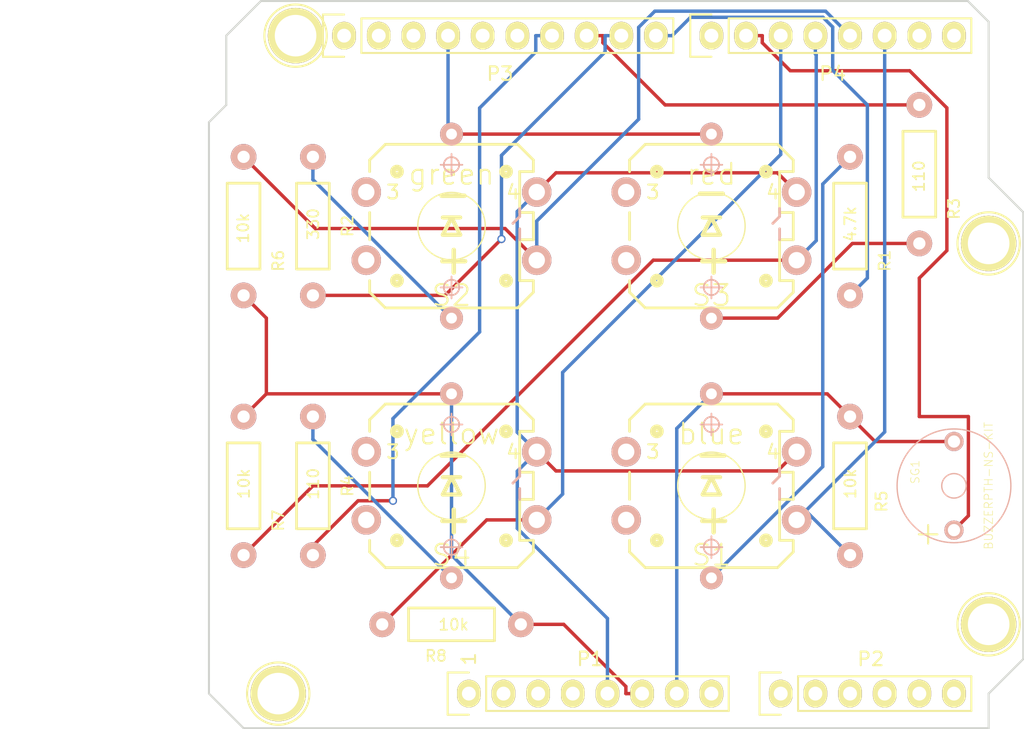
<source format=kicad_pcb>
(kicad_pcb (version 4) (host pcbnew 4.0.1-4.201602120846+6195~38~ubuntu15.10.1-stable)

  (general
    (links 34)
    (no_connects 0)
    (area 104.572999 71.392 180.241572 127.594)
    (thickness 1.6)
    (drawings 52)
    (tracks 129)
    (zones 0)
    (modules 21)
    (nets 37)
  )

  (page A4)
  (title_block
    (date "lun. 30 mars 2015")
  )

  (layers
    (0 F.Cu signal)
    (31 B.Cu signal)
    (32 B.Adhes user)
    (33 F.Adhes user)
    (34 B.Paste user)
    (35 F.Paste user)
    (36 B.SilkS user)
    (37 F.SilkS user)
    (38 B.Mask user)
    (39 F.Mask user)
    (40 Dwgs.User user)
    (41 Cmts.User user)
    (42 Eco1.User user)
    (43 Eco2.User user)
    (44 Edge.Cuts user)
    (45 Margin user)
    (46 B.CrtYd user)
    (47 F.CrtYd user)
    (48 B.Fab user)
    (49 F.Fab user)
  )

  (setup
    (last_trace_width 0.25)
    (trace_clearance 0.2)
    (zone_clearance 0.508)
    (zone_45_only no)
    (trace_min 0.2)
    (segment_width 0.15)
    (edge_width 0.15)
    (via_size 0.6)
    (via_drill 0.4)
    (via_min_size 0.4)
    (via_min_drill 0.3)
    (uvia_size 0.3)
    (uvia_drill 0.1)
    (uvias_allowed no)
    (uvia_min_size 0.2)
    (uvia_min_drill 0.1)
    (pcb_text_width 0.3)
    (pcb_text_size 1.5 1.5)
    (mod_edge_width 0.15)
    (mod_text_size 1 1)
    (mod_text_width 0.15)
    (pad_size 4.064 4.064)
    (pad_drill 3.048)
    (pad_to_mask_clearance 0)
    (aux_axis_origin 119.888 126.365)
    (grid_origin 119.888 126.365)
    (visible_elements FFFFFF7F)
    (pcbplotparams
      (layerselection 0x030f0_80000001)
      (usegerberextensions true)
      (excludeedgelayer true)
      (linewidth 0.100000)
      (plotframeref false)
      (viasonmask false)
      (mode 1)
      (useauxorigin false)
      (hpglpennumber 1)
      (hpglpenspeed 20)
      (hpglpendiameter 15)
      (hpglpenoverlay 2)
      (psnegative false)
      (psa4output false)
      (plotreference true)
      (plotvalue true)
      (plotinvisibletext false)
      (padsonsilk false)
      (subtractmaskfromsilk false)
      (outputformat 1)
      (mirror false)
      (drillshape 0)
      (scaleselection 1)
      (outputdirectory Gerber/))
  )

  (net 0 "")
  (net 1 /IOREF)
  (net 2 /Reset)
  (net 3 +5V)
  (net 4 GND)
  (net 5 /Vin)
  (net 6 /A0)
  (net 7 /A1)
  (net 8 /A2)
  (net 9 /A3)
  (net 10 /AREF)
  (net 11 "/A4(SDA)")
  (net 12 "/A5(SCL)")
  (net 13 "/9(**)")
  (net 14 /8)
  (net 15 /7)
  (net 16 "/6(**)")
  (net 17 "/5(**)")
  (net 18 /4)
  (net 19 "/3(**)")
  (net 20 /2)
  (net 21 "/1(Tx)")
  (net 22 "/0(Rx)")
  (net 23 "Net-(P5-Pad1)")
  (net 24 "Net-(P6-Pad1)")
  (net 25 "Net-(P7-Pad1)")
  (net 26 "Net-(P8-Pad1)")
  (net 27 "/13(SCK)")
  (net 28 "/10(**/SS)")
  (net 29 "Net-(P1-Pad1)")
  (net 30 +3V3)
  (net 31 "/12(MISO)")
  (net 32 "/11(**/MOSI)")
  (net 33 "Net-(R1-PadP$2)")
  (net 34 "Net-(R2-PadP$2)")
  (net 35 "Net-(R3-PadP$2)")
  (net 36 "Net-(R4-PadP$2)")

  (net_class Default "This is the default net class."
    (clearance 0.2)
    (trace_width 0.25)
    (via_dia 0.6)
    (via_drill 0.4)
    (uvia_dia 0.3)
    (uvia_drill 0.1)
    (add_net +3V3)
    (add_net +5V)
    (add_net "/0(Rx)")
    (add_net "/1(Tx)")
    (add_net "/10(**/SS)")
    (add_net "/11(**/MOSI)")
    (add_net "/12(MISO)")
    (add_net "/13(SCK)")
    (add_net /2)
    (add_net "/3(**)")
    (add_net /4)
    (add_net "/5(**)")
    (add_net "/6(**)")
    (add_net /7)
    (add_net /8)
    (add_net "/9(**)")
    (add_net /A0)
    (add_net /A1)
    (add_net /A2)
    (add_net /A3)
    (add_net "/A4(SDA)")
    (add_net "/A5(SCL)")
    (add_net /AREF)
    (add_net /IOREF)
    (add_net /Reset)
    (add_net /Vin)
    (add_net GND)
    (add_net "Net-(P1-Pad1)")
    (add_net "Net-(P5-Pad1)")
    (add_net "Net-(P6-Pad1)")
    (add_net "Net-(P7-Pad1)")
    (add_net "Net-(P8-Pad1)")
    (add_net "Net-(R1-PadP$2)")
    (add_net "Net-(R2-PadP$2)")
    (add_net "Net-(R3-PadP$2)")
    (add_net "Net-(R4-PadP$2)")
  )

  (module Socket_Arduino_Uno:Socket_Strip_Arduino_1x08 locked (layer F.Cu) (tedit 552168D2) (tstamp 551AF9EA)
    (at 138.938 123.825)
    (descr "Through hole socket strip")
    (tags "socket strip")
    (path /5517C2C1)
    (fp_text reference P1 (at 8.89 -2.54) (layer F.SilkS)
      (effects (font (size 1 1) (thickness 0.15)))
    )
    (fp_text value Power (at 8.89 -4.064) (layer F.Fab)
      (effects (font (size 1 1) (thickness 0.15)))
    )
    (fp_line (start -1.75 -1.75) (end -1.75 1.75) (layer F.CrtYd) (width 0.05))
    (fp_line (start 19.55 -1.75) (end 19.55 1.75) (layer F.CrtYd) (width 0.05))
    (fp_line (start -1.75 -1.75) (end 19.55 -1.75) (layer F.CrtYd) (width 0.05))
    (fp_line (start -1.75 1.75) (end 19.55 1.75) (layer F.CrtYd) (width 0.05))
    (fp_line (start 1.27 1.27) (end 19.05 1.27) (layer F.SilkS) (width 0.15))
    (fp_line (start 19.05 1.27) (end 19.05 -1.27) (layer F.SilkS) (width 0.15))
    (fp_line (start 19.05 -1.27) (end 1.27 -1.27) (layer F.SilkS) (width 0.15))
    (fp_line (start -1.55 1.55) (end 0 1.55) (layer F.SilkS) (width 0.15))
    (fp_line (start 1.27 1.27) (end 1.27 -1.27) (layer F.SilkS) (width 0.15))
    (fp_line (start 0 -1.55) (end -1.55 -1.55) (layer F.SilkS) (width 0.15))
    (fp_line (start -1.55 -1.55) (end -1.55 1.55) (layer F.SilkS) (width 0.15))
    (pad 1 thru_hole oval (at 0 0) (size 1.7272 2.032) (drill 1.016) (layers *.Cu *.Mask F.SilkS)
      (net 29 "Net-(P1-Pad1)"))
    (pad 2 thru_hole oval (at 2.54 0) (size 1.7272 2.032) (drill 1.016) (layers *.Cu *.Mask F.SilkS)
      (net 1 /IOREF))
    (pad 3 thru_hole oval (at 5.08 0) (size 1.7272 2.032) (drill 1.016) (layers *.Cu *.Mask F.SilkS)
      (net 2 /Reset))
    (pad 4 thru_hole oval (at 7.62 0) (size 1.7272 2.032) (drill 1.016) (layers *.Cu *.Mask F.SilkS)
      (net 30 +3V3))
    (pad 5 thru_hole oval (at 10.16 0) (size 1.7272 2.032) (drill 1.016) (layers *.Cu *.Mask F.SilkS)
      (net 3 +5V))
    (pad 6 thru_hole oval (at 12.7 0) (size 1.7272 2.032) (drill 1.016) (layers *.Cu *.Mask F.SilkS)
      (net 4 GND))
    (pad 7 thru_hole oval (at 15.24 0) (size 1.7272 2.032) (drill 1.016) (layers *.Cu *.Mask F.SilkS)
      (net 4 GND))
    (pad 8 thru_hole oval (at 17.78 0) (size 1.7272 2.032) (drill 1.016) (layers *.Cu *.Mask F.SilkS)
      (net 5 /Vin))
    (model ${KIPRJMOD}/Socket_Arduino_Uno.3dshapes/Socket_header_Arduino_1x08.wrl
      (at (xyz 0.35 0 0))
      (scale (xyz 1 1 1))
      (rotate (xyz 0 0 180))
    )
  )

  (module Socket_Arduino_Uno:Socket_Strip_Arduino_1x06 locked (layer F.Cu) (tedit 552168D6) (tstamp 551AF9FF)
    (at 161.798 123.825)
    (descr "Through hole socket strip")
    (tags "socket strip")
    (path /5517C323)
    (fp_text reference P2 (at 6.604 -2.54) (layer F.SilkS)
      (effects (font (size 1 1) (thickness 0.15)))
    )
    (fp_text value Analog (at 6.604 -4.064) (layer F.Fab)
      (effects (font (size 1 1) (thickness 0.15)))
    )
    (fp_line (start -1.75 -1.75) (end -1.75 1.75) (layer F.CrtYd) (width 0.05))
    (fp_line (start 14.45 -1.75) (end 14.45 1.75) (layer F.CrtYd) (width 0.05))
    (fp_line (start -1.75 -1.75) (end 14.45 -1.75) (layer F.CrtYd) (width 0.05))
    (fp_line (start -1.75 1.75) (end 14.45 1.75) (layer F.CrtYd) (width 0.05))
    (fp_line (start 1.27 1.27) (end 13.97 1.27) (layer F.SilkS) (width 0.15))
    (fp_line (start 13.97 1.27) (end 13.97 -1.27) (layer F.SilkS) (width 0.15))
    (fp_line (start 13.97 -1.27) (end 1.27 -1.27) (layer F.SilkS) (width 0.15))
    (fp_line (start -1.55 1.55) (end 0 1.55) (layer F.SilkS) (width 0.15))
    (fp_line (start 1.27 1.27) (end 1.27 -1.27) (layer F.SilkS) (width 0.15))
    (fp_line (start 0 -1.55) (end -1.55 -1.55) (layer F.SilkS) (width 0.15))
    (fp_line (start -1.55 -1.55) (end -1.55 1.55) (layer F.SilkS) (width 0.15))
    (pad 1 thru_hole oval (at 0 0) (size 1.7272 2.032) (drill 1.016) (layers *.Cu *.Mask F.SilkS)
      (net 6 /A0))
    (pad 2 thru_hole oval (at 2.54 0) (size 1.7272 2.032) (drill 1.016) (layers *.Cu *.Mask F.SilkS)
      (net 7 /A1))
    (pad 3 thru_hole oval (at 5.08 0) (size 1.7272 2.032) (drill 1.016) (layers *.Cu *.Mask F.SilkS)
      (net 8 /A2))
    (pad 4 thru_hole oval (at 7.62 0) (size 1.7272 2.032) (drill 1.016) (layers *.Cu *.Mask F.SilkS)
      (net 9 /A3))
    (pad 5 thru_hole oval (at 10.16 0) (size 1.7272 2.032) (drill 1.016) (layers *.Cu *.Mask F.SilkS)
      (net 11 "/A4(SDA)"))
    (pad 6 thru_hole oval (at 12.7 0) (size 1.7272 2.032) (drill 1.016) (layers *.Cu *.Mask F.SilkS)
      (net 12 "/A5(SCL)"))
    (model ${KIPRJMOD}/Socket_Arduino_Uno.3dshapes/Socket_header_Arduino_1x06.wrl
      (at (xyz 0.25 0 0))
      (scale (xyz 1 1 1))
      (rotate (xyz 0 0 180))
    )
  )

  (module Socket_Arduino_Uno:Socket_Strip_Arduino_1x10 locked (layer F.Cu) (tedit 552168BF) (tstamp 551AFA18)
    (at 129.794 75.565)
    (descr "Through hole socket strip")
    (tags "socket strip")
    (path /5517C46C)
    (fp_text reference P3 (at 11.43 2.794) (layer F.SilkS)
      (effects (font (size 1 1) (thickness 0.15)))
    )
    (fp_text value Digital (at 11.43 4.318) (layer F.Fab)
      (effects (font (size 1 1) (thickness 0.15)))
    )
    (fp_line (start -1.75 -1.75) (end -1.75 1.75) (layer F.CrtYd) (width 0.05))
    (fp_line (start 24.65 -1.75) (end 24.65 1.75) (layer F.CrtYd) (width 0.05))
    (fp_line (start -1.75 -1.75) (end 24.65 -1.75) (layer F.CrtYd) (width 0.05))
    (fp_line (start -1.75 1.75) (end 24.65 1.75) (layer F.CrtYd) (width 0.05))
    (fp_line (start 1.27 1.27) (end 24.13 1.27) (layer F.SilkS) (width 0.15))
    (fp_line (start 24.13 1.27) (end 24.13 -1.27) (layer F.SilkS) (width 0.15))
    (fp_line (start 24.13 -1.27) (end 1.27 -1.27) (layer F.SilkS) (width 0.15))
    (fp_line (start -1.55 1.55) (end 0 1.55) (layer F.SilkS) (width 0.15))
    (fp_line (start 1.27 1.27) (end 1.27 -1.27) (layer F.SilkS) (width 0.15))
    (fp_line (start 0 -1.55) (end -1.55 -1.55) (layer F.SilkS) (width 0.15))
    (fp_line (start -1.55 -1.55) (end -1.55 1.55) (layer F.SilkS) (width 0.15))
    (pad 1 thru_hole oval (at 0 0) (size 1.7272 2.032) (drill 1.016) (layers *.Cu *.Mask F.SilkS)
      (net 12 "/A5(SCL)"))
    (pad 2 thru_hole oval (at 2.54 0) (size 1.7272 2.032) (drill 1.016) (layers *.Cu *.Mask F.SilkS)
      (net 11 "/A4(SDA)"))
    (pad 3 thru_hole oval (at 5.08 0) (size 1.7272 2.032) (drill 1.016) (layers *.Cu *.Mask F.SilkS)
      (net 10 /AREF))
    (pad 4 thru_hole oval (at 7.62 0) (size 1.7272 2.032) (drill 1.016) (layers *.Cu *.Mask F.SilkS)
      (net 4 GND))
    (pad 5 thru_hole oval (at 10.16 0) (size 1.7272 2.032) (drill 1.016) (layers *.Cu *.Mask F.SilkS)
      (net 27 "/13(SCK)"))
    (pad 6 thru_hole oval (at 12.7 0) (size 1.7272 2.032) (drill 1.016) (layers *.Cu *.Mask F.SilkS)
      (net 31 "/12(MISO)"))
    (pad 7 thru_hole oval (at 15.24 0) (size 1.7272 2.032) (drill 1.016) (layers *.Cu *.Mask F.SilkS)
      (net 32 "/11(**/MOSI)"))
    (pad 8 thru_hole oval (at 17.78 0) (size 1.7272 2.032) (drill 1.016) (layers *.Cu *.Mask F.SilkS)
      (net 28 "/10(**/SS)"))
    (pad 9 thru_hole oval (at 20.32 0) (size 1.7272 2.032) (drill 1.016) (layers *.Cu *.Mask F.SilkS)
      (net 13 "/9(**)"))
    (pad 10 thru_hole oval (at 22.86 0) (size 1.7272 2.032) (drill 1.016) (layers *.Cu *.Mask F.SilkS)
      (net 14 /8))
    (model ${KIPRJMOD}/Socket_Arduino_Uno.3dshapes/Socket_header_Arduino_1x10.wrl
      (at (xyz 0.45 0 0))
      (scale (xyz 1 1 1))
      (rotate (xyz 0 0 180))
    )
  )

  (module Socket_Arduino_Uno:Socket_Strip_Arduino_1x08 locked (layer F.Cu) (tedit 552168C7) (tstamp 551AFA2F)
    (at 156.718 75.565)
    (descr "Through hole socket strip")
    (tags "socket strip")
    (path /5517C366)
    (fp_text reference P4 (at 8.89 2.794) (layer F.SilkS)
      (effects (font (size 1 1) (thickness 0.15)))
    )
    (fp_text value Digital (at 8.89 4.318) (layer F.Fab)
      (effects (font (size 1 1) (thickness 0.15)))
    )
    (fp_line (start -1.75 -1.75) (end -1.75 1.75) (layer F.CrtYd) (width 0.05))
    (fp_line (start 19.55 -1.75) (end 19.55 1.75) (layer F.CrtYd) (width 0.05))
    (fp_line (start -1.75 -1.75) (end 19.55 -1.75) (layer F.CrtYd) (width 0.05))
    (fp_line (start -1.75 1.75) (end 19.55 1.75) (layer F.CrtYd) (width 0.05))
    (fp_line (start 1.27 1.27) (end 19.05 1.27) (layer F.SilkS) (width 0.15))
    (fp_line (start 19.05 1.27) (end 19.05 -1.27) (layer F.SilkS) (width 0.15))
    (fp_line (start 19.05 -1.27) (end 1.27 -1.27) (layer F.SilkS) (width 0.15))
    (fp_line (start -1.55 1.55) (end 0 1.55) (layer F.SilkS) (width 0.15))
    (fp_line (start 1.27 1.27) (end 1.27 -1.27) (layer F.SilkS) (width 0.15))
    (fp_line (start 0 -1.55) (end -1.55 -1.55) (layer F.SilkS) (width 0.15))
    (fp_line (start -1.55 -1.55) (end -1.55 1.55) (layer F.SilkS) (width 0.15))
    (pad 1 thru_hole oval (at 0 0) (size 1.7272 2.032) (drill 1.016) (layers *.Cu *.Mask F.SilkS)
      (net 15 /7))
    (pad 2 thru_hole oval (at 2.54 0) (size 1.7272 2.032) (drill 1.016) (layers *.Cu *.Mask F.SilkS)
      (net 16 "/6(**)"))
    (pad 3 thru_hole oval (at 5.08 0) (size 1.7272 2.032) (drill 1.016) (layers *.Cu *.Mask F.SilkS)
      (net 17 "/5(**)"))
    (pad 4 thru_hole oval (at 7.62 0) (size 1.7272 2.032) (drill 1.016) (layers *.Cu *.Mask F.SilkS)
      (net 18 /4))
    (pad 5 thru_hole oval (at 10.16 0) (size 1.7272 2.032) (drill 1.016) (layers *.Cu *.Mask F.SilkS)
      (net 19 "/3(**)"))
    (pad 6 thru_hole oval (at 12.7 0) (size 1.7272 2.032) (drill 1.016) (layers *.Cu *.Mask F.SilkS)
      (net 20 /2))
    (pad 7 thru_hole oval (at 15.24 0) (size 1.7272 2.032) (drill 1.016) (layers *.Cu *.Mask F.SilkS)
      (net 21 "/1(Tx)"))
    (pad 8 thru_hole oval (at 17.78 0) (size 1.7272 2.032) (drill 1.016) (layers *.Cu *.Mask F.SilkS)
      (net 22 "/0(Rx)"))
    (model ${KIPRJMOD}/Socket_Arduino_Uno.3dshapes/Socket_header_Arduino_1x08.wrl
      (at (xyz 0.35 0 0))
      (scale (xyz 1 1 1))
      (rotate (xyz 0 0 180))
    )
  )

  (module Socket_Arduino_Uno:Arduino_1pin locked (layer F.Cu) (tedit 5524FC39) (tstamp 5524FC3F)
    (at 124.968 123.825)
    (descr "module 1 pin (ou trou mecanique de percage)")
    (tags DEV)
    (path /551BBC06)
    (fp_text reference P5 (at 0 -3.048) (layer F.SilkS) hide
      (effects (font (size 1 1) (thickness 0.15)))
    )
    (fp_text value CONN_1 (at 0 2.794) (layer F.Fab) hide
      (effects (font (size 1 1) (thickness 0.15)))
    )
    (fp_circle (center 0 0) (end 0 -2.286) (layer F.SilkS) (width 0.15))
    (pad 1 thru_hole circle (at 0 0) (size 4.064 4.064) (drill 3.048) (layers *.Cu *.Mask F.SilkS)
      (net 23 "Net-(P5-Pad1)"))
  )

  (module Socket_Arduino_Uno:Arduino_1pin locked (layer F.Cu) (tedit 5524FC4A) (tstamp 5524FC44)
    (at 177.038 118.745)
    (descr "module 1 pin (ou trou mecanique de percage)")
    (tags DEV)
    (path /551BBD10)
    (fp_text reference P6 (at 0 -3.048) (layer F.SilkS) hide
      (effects (font (size 1 1) (thickness 0.15)))
    )
    (fp_text value CONN_1 (at 0 2.794) (layer F.Fab) hide
      (effects (font (size 1 1) (thickness 0.15)))
    )
    (fp_circle (center 0 0) (end 0 -2.286) (layer F.SilkS) (width 0.15))
    (pad 1 thru_hole circle (at 0 0) (size 4.064 4.064) (drill 3.048) (layers *.Cu *.Mask F.SilkS)
      (net 24 "Net-(P6-Pad1)"))
  )

  (module Socket_Arduino_Uno:Arduino_1pin locked (layer F.Cu) (tedit 5524FC2F) (tstamp 5524FC49)
    (at 126.238 75.565)
    (descr "module 1 pin (ou trou mecanique de percage)")
    (tags DEV)
    (path /551BBD30)
    (fp_text reference P7 (at 0 -3.048) (layer F.SilkS) hide
      (effects (font (size 1 1) (thickness 0.15)))
    )
    (fp_text value CONN_1 (at 0 2.794) (layer F.Fab) hide
      (effects (font (size 1 1) (thickness 0.15)))
    )
    (fp_circle (center 0 0) (end 0 -2.286) (layer F.SilkS) (width 0.15))
    (pad 1 thru_hole circle (at 0 0) (size 4.064 4.064) (drill 3.048) (layers *.Cu *.Mask F.SilkS)
      (net 25 "Net-(P7-Pad1)"))
  )

  (module Socket_Arduino_Uno:Arduino_1pin locked (layer F.Cu) (tedit 5524FC41) (tstamp 5524FC4E)
    (at 177.038 90.805)
    (descr "module 1 pin (ou trou mecanique de percage)")
    (tags DEV)
    (path /551BBD52)
    (fp_text reference P8 (at 0 -3.048) (layer F.SilkS) hide
      (effects (font (size 1 1) (thickness 0.15)))
    )
    (fp_text value CONN_1 (at 0 2.794) (layer F.Fab) hide
      (effects (font (size 1 1) (thickness 0.15)))
    )
    (fp_circle (center 0 0) (end 0 -2.286) (layer F.SilkS) (width 0.15))
    (pad 1 thru_hole circle (at 0 0) (size 4.064 4.064) (drill 3.048) (layers *.Cu *.Mask F.SilkS)
      (net 26 "Net-(P8-Pad1)"))
  )

  (module SparkFun-Resistors:SparkFun-Resistors-AXIAL-0.4 (layer B.Cu) (tedit 56C1BF46) (tstamp 56C1A46D)
    (at 166.878 89.535 90)
    (descr "1/4W RESISTOR, 0.4\" WIDE")
    (tags "1/4W RESISTOR, 0.4\" WIDE")
    (path /56BE60A7)
    (attr virtual)
    (fp_text reference R1 (at -2.54 2.54 90) (layer F.SilkS)
      (effects (font (size 0.8128 0.8128) (thickness 0.127)))
    )
    (fp_text value 4.7k (at 0.1524 0.0254 90) (layer F.SilkS)
      (effects (font (size 0.8128 0.8128) (thickness 0.127)))
    )
    (fp_line (start -3.1496 -1.19888) (end -3.1496 1.19888) (layer F.SilkS) (width 0.2032))
    (fp_line (start -3.1496 1.19888) (end 3.1496 1.19888) (layer F.SilkS) (width 0.2032))
    (fp_line (start 3.1496 1.19888) (end 3.1496 -1.19888) (layer F.SilkS) (width 0.2032))
    (fp_line (start 3.1496 -1.19888) (end -3.1496 -1.19888) (layer F.SilkS) (width 0.2032))
    (pad P$1 thru_hole circle (at -5.08 0 90) (size 1.8796 1.8796) (drill 0.89916) (layers *.Cu B.Paste B.SilkS B.Mask)
      (net 14 /8))
    (pad P$2 thru_hole circle (at 5.08 0 90) (size 1.8796 1.8796) (drill 0.89916) (layers *.Cu B.Paste B.SilkS B.Mask)
      (net 33 "Net-(R1-PadP$2)"))
  )

  (module SparkFun-Resistors:SparkFun-Resistors-AXIAL-0.4 (layer B.Cu) (tedit 56C1BF6F) (tstamp 56C1A477)
    (at 127.508 89.535 90)
    (descr "1/4W RESISTOR, 0.4\" WIDE")
    (tags "1/4W RESISTOR, 0.4\" WIDE")
    (path /56BE6064)
    (attr virtual)
    (fp_text reference R2 (at 0 2.54 90) (layer F.SilkS)
      (effects (font (size 0.8128 0.8128) (thickness 0.127)))
    )
    (fp_text value 330 (at 0.1524 0.0254 90) (layer F.SilkS)
      (effects (font (size 0.8128 0.8128) (thickness 0.127)))
    )
    (fp_line (start -3.1496 -1.19888) (end -3.1496 1.19888) (layer F.SilkS) (width 0.2032))
    (fp_line (start -3.1496 1.19888) (end 3.1496 1.19888) (layer F.SilkS) (width 0.2032))
    (fp_line (start 3.1496 1.19888) (end 3.1496 -1.19888) (layer F.SilkS) (width 0.2032))
    (fp_line (start 3.1496 -1.19888) (end -3.1496 -1.19888) (layer F.SilkS) (width 0.2032))
    (pad P$1 thru_hole circle (at -5.08 0 90) (size 1.8796 1.8796) (drill 0.89916) (layers *.Cu B.Paste B.SilkS B.Mask)
      (net 13 "/9(**)"))
    (pad P$2 thru_hole circle (at 5.08 0 90) (size 1.8796 1.8796) (drill 0.89916) (layers *.Cu B.Paste B.SilkS B.Mask)
      (net 34 "Net-(R2-PadP$2)"))
  )

  (module SparkFun-Resistors:SparkFun-Resistors-AXIAL-0.4 (layer B.Cu) (tedit 56C1BF4A) (tstamp 56C1A481)
    (at 171.958 85.725 270)
    (descr "1/4W RESISTOR, 0.4\" WIDE")
    (tags "1/4W RESISTOR, 0.4\" WIDE")
    (path /56BE5F8A)
    (attr virtual)
    (fp_text reference R3 (at 2.54 -2.54 270) (layer F.SilkS)
      (effects (font (size 0.8128 0.8128) (thickness 0.127)))
    )
    (fp_text value 110 (at 0.1524 0.0254 270) (layer F.SilkS)
      (effects (font (size 0.8128 0.8128) (thickness 0.127)))
    )
    (fp_line (start -3.1496 -1.19888) (end -3.1496 1.19888) (layer F.SilkS) (width 0.2032))
    (fp_line (start -3.1496 1.19888) (end 3.1496 1.19888) (layer F.SilkS) (width 0.2032))
    (fp_line (start 3.1496 1.19888) (end 3.1496 -1.19888) (layer F.SilkS) (width 0.2032))
    (fp_line (start 3.1496 -1.19888) (end -3.1496 -1.19888) (layer F.SilkS) (width 0.2032))
    (pad P$1 thru_hole circle (at -5.08 0 270) (size 1.8796 1.8796) (drill 0.89916) (layers *.Cu B.Paste B.SilkS B.Mask)
      (net 28 "/10(**/SS)"))
    (pad P$2 thru_hole circle (at 5.08 0 270) (size 1.8796 1.8796) (drill 0.89916) (layers *.Cu B.Paste B.SilkS B.Mask)
      (net 35 "Net-(R3-PadP$2)"))
  )

  (module SparkFun-Resistors:SparkFun-Resistors-AXIAL-0.4 (layer B.Cu) (tedit 56C1BF6D) (tstamp 56C1A48B)
    (at 127.508 108.585 90)
    (descr "1/4W RESISTOR, 0.4\" WIDE")
    (tags "1/4W RESISTOR, 0.4\" WIDE")
    (path /56BE6025)
    (attr virtual)
    (fp_text reference R4 (at 0 2.54 90) (layer F.SilkS)
      (effects (font (size 0.8128 0.8128) (thickness 0.127)))
    )
    (fp_text value 110 (at 0.1524 0.0254 90) (layer F.SilkS)
      (effects (font (size 0.8128 0.8128) (thickness 0.127)))
    )
    (fp_line (start -3.1496 -1.19888) (end -3.1496 1.19888) (layer F.SilkS) (width 0.2032))
    (fp_line (start -3.1496 1.19888) (end 3.1496 1.19888) (layer F.SilkS) (width 0.2032))
    (fp_line (start 3.1496 1.19888) (end 3.1496 -1.19888) (layer F.SilkS) (width 0.2032))
    (fp_line (start 3.1496 -1.19888) (end -3.1496 -1.19888) (layer F.SilkS) (width 0.2032))
    (pad P$1 thru_hole circle (at -5.08 0 90) (size 1.8796 1.8796) (drill 0.89916) (layers *.Cu B.Paste B.SilkS B.Mask)
      (net 32 "/11(**/MOSI)"))
    (pad P$2 thru_hole circle (at 5.08 0 90) (size 1.8796 1.8796) (drill 0.89916) (layers *.Cu B.Paste B.SilkS B.Mask)
      (net 36 "Net-(R4-PadP$2)"))
  )

  (module SparkFun-Resistors:SparkFun-Resistors-AXIAL-0.4 (layer B.Cu) (tedit 200000) (tstamp 56C1A495)
    (at 166.878 108.585 90)
    (descr "1/4W RESISTOR, 0.4\" WIDE")
    (tags "1/4W RESISTOR, 0.4\" WIDE")
    (path /56BE5D87)
    (attr virtual)
    (fp_text reference R5 (at -1.143 2.3114 90) (layer F.SilkS)
      (effects (font (size 0.8128 0.8128) (thickness 0.127)))
    )
    (fp_text value 10k (at 0.1524 0.0254 90) (layer F.SilkS)
      (effects (font (size 0.8128 0.8128) (thickness 0.127)))
    )
    (fp_line (start -3.1496 -1.19888) (end -3.1496 1.19888) (layer F.SilkS) (width 0.2032))
    (fp_line (start -3.1496 1.19888) (end 3.1496 1.19888) (layer F.SilkS) (width 0.2032))
    (fp_line (start 3.1496 1.19888) (end 3.1496 -1.19888) (layer F.SilkS) (width 0.2032))
    (fp_line (start 3.1496 -1.19888) (end -3.1496 -1.19888) (layer F.SilkS) (width 0.2032))
    (pad P$1 thru_hole circle (at -5.08 0 90) (size 1.8796 1.8796) (drill 0.89916) (layers *.Cu B.Paste B.SilkS B.Mask)
      (net 20 /2))
    (pad P$2 thru_hole circle (at 5.08 0 90) (size 1.8796 1.8796) (drill 0.89916) (layers *.Cu B.Paste B.SilkS B.Mask)
      (net 4 GND))
  )

  (module SparkFun-Resistors:SparkFun-Resistors-AXIAL-0.4 (layer B.Cu) (tedit 56C1BF5F) (tstamp 56C1A49F)
    (at 122.428 89.535 270)
    (descr "1/4W RESISTOR, 0.4\" WIDE")
    (tags "1/4W RESISTOR, 0.4\" WIDE")
    (path /56BE5E68)
    (attr virtual)
    (fp_text reference R6 (at 2.54 -2.54 270) (layer F.SilkS)
      (effects (font (size 0.8128 0.8128) (thickness 0.127)))
    )
    (fp_text value 10k (at 0.1524 0.0254 270) (layer F.SilkS)
      (effects (font (size 0.8128 0.8128) (thickness 0.127)))
    )
    (fp_line (start -3.1496 -1.19888) (end -3.1496 1.19888) (layer F.SilkS) (width 0.2032))
    (fp_line (start -3.1496 1.19888) (end 3.1496 1.19888) (layer F.SilkS) (width 0.2032))
    (fp_line (start 3.1496 1.19888) (end 3.1496 -1.19888) (layer F.SilkS) (width 0.2032))
    (fp_line (start 3.1496 -1.19888) (end -3.1496 -1.19888) (layer F.SilkS) (width 0.2032))
    (pad P$1 thru_hole circle (at -5.08 0 270) (size 1.8796 1.8796) (drill 0.89916) (layers *.Cu B.Paste B.SilkS B.Mask)
      (net 19 "/3(**)"))
    (pad P$2 thru_hole circle (at 5.08 0 270) (size 1.8796 1.8796) (drill 0.89916) (layers *.Cu B.Paste B.SilkS B.Mask)
      (net 4 GND))
  )

  (module SparkFun-Resistors:SparkFun-Resistors-AXIAL-0.4 (layer B.Cu) (tedit 56C1BF61) (tstamp 56C1A4A9)
    (at 122.428 108.585 90)
    (descr "1/4W RESISTOR, 0.4\" WIDE")
    (tags "1/4W RESISTOR, 0.4\" WIDE")
    (path /56BE5CA7)
    (attr virtual)
    (fp_text reference R7 (at -2.54 2.54 90) (layer F.SilkS)
      (effects (font (size 0.8128 0.8128) (thickness 0.127)))
    )
    (fp_text value 10k (at 0.1524 0.0254 90) (layer F.SilkS)
      (effects (font (size 0.8128 0.8128) (thickness 0.127)))
    )
    (fp_line (start -3.1496 -1.19888) (end -3.1496 1.19888) (layer F.SilkS) (width 0.2032))
    (fp_line (start -3.1496 1.19888) (end 3.1496 1.19888) (layer F.SilkS) (width 0.2032))
    (fp_line (start 3.1496 1.19888) (end 3.1496 -1.19888) (layer F.SilkS) (width 0.2032))
    (fp_line (start 3.1496 -1.19888) (end -3.1496 -1.19888) (layer F.SilkS) (width 0.2032))
    (pad P$1 thru_hole circle (at -5.08 0 90) (size 1.8796 1.8796) (drill 0.89916) (layers *.Cu B.Paste B.SilkS B.Mask)
      (net 18 /4))
    (pad P$2 thru_hole circle (at 5.08 0 90) (size 1.8796 1.8796) (drill 0.89916) (layers *.Cu B.Paste B.SilkS B.Mask)
      (net 4 GND))
  )

  (module SparkFun-Resistors:SparkFun-Resistors-AXIAL-0.4 (layer B.Cu) (tedit 200000) (tstamp 56C1A4B3)
    (at 137.668 118.745)
    (descr "1/4W RESISTOR, 0.4\" WIDE")
    (tags "1/4W RESISTOR, 0.4\" WIDE")
    (path /56BE5EFD)
    (attr virtual)
    (fp_text reference R8 (at -1.143 2.3114) (layer F.SilkS)
      (effects (font (size 0.8128 0.8128) (thickness 0.127)))
    )
    (fp_text value 10k (at 0.1524 0.0254) (layer F.SilkS)
      (effects (font (size 0.8128 0.8128) (thickness 0.127)))
    )
    (fp_line (start -3.1496 -1.19888) (end -3.1496 1.19888) (layer F.SilkS) (width 0.2032))
    (fp_line (start -3.1496 1.19888) (end 3.1496 1.19888) (layer F.SilkS) (width 0.2032))
    (fp_line (start 3.1496 1.19888) (end 3.1496 -1.19888) (layer F.SilkS) (width 0.2032))
    (fp_line (start 3.1496 -1.19888) (end -3.1496 -1.19888) (layer F.SilkS) (width 0.2032))
    (pad P$1 thru_hole circle (at -5.08 0) (size 1.8796 1.8796) (drill 0.89916) (layers *.Cu B.Paste B.SilkS B.Mask)
      (net 17 "/5(**)"))
    (pad P$2 thru_hole circle (at 5.08 0) (size 1.8796 1.8796) (drill 0.89916) (layers *.Cu B.Paste B.SilkS B.Mask)
      (net 4 GND))
  )

  (module SparkFun-Electromechanical:SparkFun-Electromechanical-TACTILE-PTH-LED-12MM (layer B.Cu) (tedit 56C1BEB3) (tstamp 56C1A4E7)
    (at 156.718 108.585)
    (path /56BE4E4D)
    (attr virtual)
    (fp_text reference S1 (at 0 5.08) (layer F.SilkS)
      (effects (font (thickness 0.15)))
    )
    (fp_text value blue (at 0 -3.81) (layer F.SilkS)
      (effects (font (thickness 0.15)))
    )
    (fp_line (start 4.99872 -1.29794) (end 4.99872 -0.6985) (layer B.SilkS) (width 0.2032))
    (fp_line (start 4.99872 -0.6985) (end 4.49834 -0.19812) (layer B.SilkS) (width 0.2032))
    (fp_line (start 4.99872 0.19812) (end 4.99872 0.99822) (layer B.SilkS) (width 0.2032))
    (fp_line (start -5.99948 3.99796) (end -5.99948 4.84886) (layer F.SilkS) (width 0.2032))
    (fp_line (start -4.84886 5.99948) (end 4.84886 5.99948) (layer F.SilkS) (width 0.2032))
    (fp_line (start 5.99948 4.84886) (end 5.99948 3.99796) (layer F.SilkS) (width 0.2032))
    (fp_line (start 5.99948 0.99822) (end 5.99948 -0.99822) (layer F.SilkS) (width 0.2032))
    (fp_line (start 5.99948 -3.99796) (end 5.99948 -4.84886) (layer F.SilkS) (width 0.2032))
    (fp_line (start 4.84886 -5.99948) (end -4.84886 -5.99948) (layer F.SilkS) (width 0.2032))
    (fp_line (start -5.99948 -4.84886) (end -5.99948 -3.99796) (layer F.SilkS) (width 0.2032))
    (fp_line (start -5.99948 -0.99822) (end -5.99948 0.99822) (layer F.SilkS) (width 0.2032))
    (fp_line (start 4.84886 5.99948) (end 5.99948 4.84886) (layer F.SilkS) (width 0.2032))
    (fp_line (start -5.99948 4.84886) (end -4.84886 5.99948) (layer F.SilkS) (width 0.2032))
    (fp_line (start -4.84886 -5.99948) (end -5.99948 -4.84886) (layer F.SilkS) (width 0.2032))
    (fp_line (start 5.99948 -4.84886) (end 4.84886 -5.99948) (layer F.SilkS) (width 0.2032))
    (fp_line (start 5.99948 0.99822) (end 4.99872 0.99822) (layer F.SilkS) (width 0.2032))
    (fp_line (start 4.99872 0.99822) (end 4.99872 3.99796) (layer F.SilkS) (width 0.2032))
    (fp_line (start 4.99872 3.99796) (end 5.99948 3.99796) (layer F.SilkS) (width 0.2032))
    (fp_line (start 5.99948 -0.99822) (end 4.99872 -0.99822) (layer F.SilkS) (width 0.2032))
    (fp_line (start 4.99872 -0.99822) (end 4.99872 -3.99796) (layer F.SilkS) (width 0.2032))
    (fp_line (start 4.99872 -3.99796) (end 5.99948 -3.99796) (layer F.SilkS) (width 0.2032))
    (fp_line (start 0.635 0.635) (end 0 0.635) (layer F.SilkS) (width 0.3048))
    (fp_line (start 0 0.635) (end -0.635 0.635) (layer F.SilkS) (width 0.3048))
    (fp_line (start -0.635 0.635) (end 0 -0.635) (layer F.SilkS) (width 0.3048))
    (fp_line (start 0 -0.635) (end 0.635 0.635) (layer F.SilkS) (width 0.3048))
    (fp_line (start 0.635 -0.635) (end 0 -0.635) (layer F.SilkS) (width 0.3048))
    (fp_line (start 0 -0.635) (end -0.635 -0.635) (layer F.SilkS) (width 0.3048))
    (fp_circle (center 0 0) (end -1.74752 -1.74752) (layer F.SilkS) (width 0.1016))
    (fp_circle (center -3.99796 3.99796) (end -4.19608 4.19608) (layer F.SilkS) (width 0.44958))
    (fp_circle (center 3.99796 3.99796) (end 4.19608 4.19608) (layer F.SilkS) (width 0.44958))
    (fp_circle (center 3.99796 -3.99796) (end 4.19608 -4.19608) (layer F.SilkS) (width 0.44958))
    (fp_circle (center -3.99796 -3.99796) (end -4.19608 -4.19608) (layer F.SilkS) (width 0.44958))
    (fp_circle (center 0 4.49834) (end -0.39878 4.89712) (layer B.SilkS) (width 0.127))
    (fp_line (start -0.79756 4.49834) (end 0.79756 4.49834) (layer B.SilkS) (width 0.127))
    (fp_line (start 0 3.69824) (end 0 5.29844) (layer B.SilkS) (width 0.127))
    (fp_circle (center 0 -4.49834) (end -0.39878 -4.89712) (layer B.SilkS) (width 0.127))
    (fp_line (start -0.79756 -4.49834) (end 0.79756 -4.49834) (layer B.SilkS) (width 0.127))
    (fp_line (start 0 -5.29844) (end 0 -3.69824) (layer B.SilkS) (width 0.127))
    (fp_text user 3 (at -4.29006 -2.49174) (layer F.SilkS)
      (effects (font (size 1.016 1.016) (thickness 0.1524)))
    )
    (fp_text user 4 (at 4.50596 -2.49174) (layer F.SilkS)
      (effects (font (size 1.016 1.016) (thickness 0.1524)))
    )
    (fp_text user + (at 0.1651 2.413 180) (layer F.SilkS)
      (effects (font (size 2.18186 2.18186) (thickness 0.3302)))
    )
    (fp_text user - (at 0.1143 -2.3876 180) (layer F.SilkS)
      (effects (font (size 2.18186 2.18186) (thickness 0.3302)))
    )
    (pad 1 thru_hole circle (at -6.2484 2.49936) (size 2.159 2.159) (drill 1.19888) (layers *.Cu B.Paste B.SilkS B.Mask))
    (pad 2 thru_hole circle (at 6.2484 2.49936) (size 2.159 2.159) (drill 1.19888) (layers *.Cu B.Paste B.SilkS B.Mask)
      (net 20 /2))
    (pad 3 thru_hole circle (at -6.2484 -2.49936) (size 2.159 2.159) (drill 1.19888) (layers *.Cu B.Paste B.SilkS B.Mask))
    (pad 4 thru_hole circle (at 6.2484 -2.49936) (size 2.159 2.159) (drill 1.19888) (layers *.Cu B.Paste B.SilkS B.Mask)
      (net 3 +5V))
    (pad A thru_hole circle (at 0 6.74878) (size 1.6764 1.6764) (drill 0.79756) (layers *.Cu B.Paste B.SilkS B.Mask)
      (net 33 "Net-(R1-PadP$2)"))
    (pad C thru_hole circle (at 0 -6.74878) (size 1.6764 1.6764) (drill 0.79756) (layers *.Cu B.Paste B.SilkS B.Mask)
      (net 4 GND))
  )

  (module SparkFun-Electromechanical:SparkFun-Electromechanical-TACTILE-PTH-LED-12MM (layer B.Cu) (tedit 56C1BE9D) (tstamp 56C1A51B)
    (at 137.668 89.535)
    (path /56BE4D58)
    (attr virtual)
    (fp_text reference S2 (at 0 5.08) (layer F.SilkS)
      (effects (font (thickness 0.15)))
    )
    (fp_text value green (at 0 -3.81) (layer F.SilkS)
      (effects (font (thickness 0.15)))
    )
    (fp_line (start 4.99872 -1.29794) (end 4.99872 -0.6985) (layer B.SilkS) (width 0.2032))
    (fp_line (start 4.99872 -0.6985) (end 4.49834 -0.19812) (layer B.SilkS) (width 0.2032))
    (fp_line (start 4.99872 0.19812) (end 4.99872 0.99822) (layer B.SilkS) (width 0.2032))
    (fp_line (start -5.99948 3.99796) (end -5.99948 4.84886) (layer F.SilkS) (width 0.2032))
    (fp_line (start -4.84886 5.99948) (end 4.84886 5.99948) (layer F.SilkS) (width 0.2032))
    (fp_line (start 5.99948 4.84886) (end 5.99948 3.99796) (layer F.SilkS) (width 0.2032))
    (fp_line (start 5.99948 0.99822) (end 5.99948 -0.99822) (layer F.SilkS) (width 0.2032))
    (fp_line (start 5.99948 -3.99796) (end 5.99948 -4.84886) (layer F.SilkS) (width 0.2032))
    (fp_line (start 4.84886 -5.99948) (end -4.84886 -5.99948) (layer F.SilkS) (width 0.2032))
    (fp_line (start -5.99948 -4.84886) (end -5.99948 -3.99796) (layer F.SilkS) (width 0.2032))
    (fp_line (start -5.99948 -0.99822) (end -5.99948 0.99822) (layer F.SilkS) (width 0.2032))
    (fp_line (start 4.84886 5.99948) (end 5.99948 4.84886) (layer F.SilkS) (width 0.2032))
    (fp_line (start -5.99948 4.84886) (end -4.84886 5.99948) (layer F.SilkS) (width 0.2032))
    (fp_line (start -4.84886 -5.99948) (end -5.99948 -4.84886) (layer F.SilkS) (width 0.2032))
    (fp_line (start 5.99948 -4.84886) (end 4.84886 -5.99948) (layer F.SilkS) (width 0.2032))
    (fp_line (start 5.99948 0.99822) (end 4.99872 0.99822) (layer F.SilkS) (width 0.2032))
    (fp_line (start 4.99872 0.99822) (end 4.99872 3.99796) (layer F.SilkS) (width 0.2032))
    (fp_line (start 4.99872 3.99796) (end 5.99948 3.99796) (layer F.SilkS) (width 0.2032))
    (fp_line (start 5.99948 -0.99822) (end 4.99872 -0.99822) (layer F.SilkS) (width 0.2032))
    (fp_line (start 4.99872 -0.99822) (end 4.99872 -3.99796) (layer F.SilkS) (width 0.2032))
    (fp_line (start 4.99872 -3.99796) (end 5.99948 -3.99796) (layer F.SilkS) (width 0.2032))
    (fp_line (start 0.635 0.635) (end 0 0.635) (layer F.SilkS) (width 0.3048))
    (fp_line (start 0 0.635) (end -0.635 0.635) (layer F.SilkS) (width 0.3048))
    (fp_line (start -0.635 0.635) (end 0 -0.635) (layer F.SilkS) (width 0.3048))
    (fp_line (start 0 -0.635) (end 0.635 0.635) (layer F.SilkS) (width 0.3048))
    (fp_line (start 0.635 -0.635) (end 0 -0.635) (layer F.SilkS) (width 0.3048))
    (fp_line (start 0 -0.635) (end -0.635 -0.635) (layer F.SilkS) (width 0.3048))
    (fp_circle (center 0 0) (end -1.74752 -1.74752) (layer F.SilkS) (width 0.1016))
    (fp_circle (center -3.99796 3.99796) (end -4.19608 4.19608) (layer F.SilkS) (width 0.44958))
    (fp_circle (center 3.99796 3.99796) (end 4.19608 4.19608) (layer F.SilkS) (width 0.44958))
    (fp_circle (center 3.99796 -3.99796) (end 4.19608 -4.19608) (layer F.SilkS) (width 0.44958))
    (fp_circle (center -3.99796 -3.99796) (end -4.19608 -4.19608) (layer F.SilkS) (width 0.44958))
    (fp_circle (center 0 4.49834) (end -0.39878 4.89712) (layer B.SilkS) (width 0.127))
    (fp_line (start -0.79756 4.49834) (end 0.79756 4.49834) (layer B.SilkS) (width 0.127))
    (fp_line (start 0 3.69824) (end 0 5.29844) (layer B.SilkS) (width 0.127))
    (fp_circle (center 0 -4.49834) (end -0.39878 -4.89712) (layer B.SilkS) (width 0.127))
    (fp_line (start -0.79756 -4.49834) (end 0.79756 -4.49834) (layer B.SilkS) (width 0.127))
    (fp_line (start 0 -5.29844) (end 0 -3.69824) (layer B.SilkS) (width 0.127))
    (fp_text user 3 (at -4.29006 -2.49174) (layer F.SilkS)
      (effects (font (size 1.016 1.016) (thickness 0.1524)))
    )
    (fp_text user 4 (at 4.50596 -2.49174) (layer F.SilkS)
      (effects (font (size 1.016 1.016) (thickness 0.1524)))
    )
    (fp_text user + (at 0.1651 2.413 180) (layer F.SilkS)
      (effects (font (size 2.18186 2.18186) (thickness 0.3302)))
    )
    (fp_text user - (at 0.1143 -2.3876 180) (layer F.SilkS)
      (effects (font (size 2.18186 2.18186) (thickness 0.3302)))
    )
    (pad 1 thru_hole circle (at -6.2484 2.49936) (size 2.159 2.159) (drill 1.19888) (layers *.Cu B.Paste B.SilkS B.Mask))
    (pad 2 thru_hole circle (at 6.2484 2.49936) (size 2.159 2.159) (drill 1.19888) (layers *.Cu B.Paste B.SilkS B.Mask)
      (net 19 "/3(**)"))
    (pad 3 thru_hole circle (at -6.2484 -2.49936) (size 2.159 2.159) (drill 1.19888) (layers *.Cu B.Paste B.SilkS B.Mask))
    (pad 4 thru_hole circle (at 6.2484 -2.49936) (size 2.159 2.159) (drill 1.19888) (layers *.Cu B.Paste B.SilkS B.Mask)
      (net 3 +5V))
    (pad A thru_hole circle (at 0 6.74878) (size 1.6764 1.6764) (drill 0.79756) (layers *.Cu B.Paste B.SilkS B.Mask)
      (net 34 "Net-(R2-PadP$2)"))
    (pad C thru_hole circle (at 0 -6.74878) (size 1.6764 1.6764) (drill 0.79756) (layers *.Cu B.Paste B.SilkS B.Mask)
      (net 4 GND))
  )

  (module SparkFun-Electromechanical:SparkFun-Electromechanical-TACTILE-PTH-LED-12MM (layer B.Cu) (tedit 56C1BBAD) (tstamp 56C1A54F)
    (at 156.718 89.535)
    (path /56BE4CE9)
    (attr virtual)
    (fp_text reference S3 (at 0 5.08) (layer F.SilkS)
      (effects (font (thickness 0.15)))
    )
    (fp_text value red (at 0 -3.81) (layer F.SilkS)
      (effects (font (thickness 0.15)))
    )
    (fp_line (start 4.99872 -1.29794) (end 4.99872 -0.6985) (layer B.SilkS) (width 0.2032))
    (fp_line (start 4.99872 -0.6985) (end 4.49834 -0.19812) (layer B.SilkS) (width 0.2032))
    (fp_line (start 4.99872 0.19812) (end 4.99872 0.99822) (layer B.SilkS) (width 0.2032))
    (fp_line (start -5.99948 3.99796) (end -5.99948 4.84886) (layer F.SilkS) (width 0.2032))
    (fp_line (start -4.84886 5.99948) (end 4.84886 5.99948) (layer F.SilkS) (width 0.2032))
    (fp_line (start 5.99948 4.84886) (end 5.99948 3.99796) (layer F.SilkS) (width 0.2032))
    (fp_line (start 5.99948 0.99822) (end 5.99948 -0.99822) (layer F.SilkS) (width 0.2032))
    (fp_line (start 5.99948 -3.99796) (end 5.99948 -4.84886) (layer F.SilkS) (width 0.2032))
    (fp_line (start 4.84886 -5.99948) (end -4.84886 -5.99948) (layer F.SilkS) (width 0.2032))
    (fp_line (start -5.99948 -4.84886) (end -5.99948 -3.99796) (layer F.SilkS) (width 0.2032))
    (fp_line (start -5.99948 -0.99822) (end -5.99948 0.99822) (layer F.SilkS) (width 0.2032))
    (fp_line (start 4.84886 5.99948) (end 5.99948 4.84886) (layer F.SilkS) (width 0.2032))
    (fp_line (start -5.99948 4.84886) (end -4.84886 5.99948) (layer F.SilkS) (width 0.2032))
    (fp_line (start -4.84886 -5.99948) (end -5.99948 -4.84886) (layer F.SilkS) (width 0.2032))
    (fp_line (start 5.99948 -4.84886) (end 4.84886 -5.99948) (layer F.SilkS) (width 0.2032))
    (fp_line (start 5.99948 0.99822) (end 4.99872 0.99822) (layer F.SilkS) (width 0.2032))
    (fp_line (start 4.99872 0.99822) (end 4.99872 3.99796) (layer F.SilkS) (width 0.2032))
    (fp_line (start 4.99872 3.99796) (end 5.99948 3.99796) (layer F.SilkS) (width 0.2032))
    (fp_line (start 5.99948 -0.99822) (end 4.99872 -0.99822) (layer F.SilkS) (width 0.2032))
    (fp_line (start 4.99872 -0.99822) (end 4.99872 -3.99796) (layer F.SilkS) (width 0.2032))
    (fp_line (start 4.99872 -3.99796) (end 5.99948 -3.99796) (layer F.SilkS) (width 0.2032))
    (fp_line (start 0.635 0.635) (end 0 0.635) (layer F.SilkS) (width 0.3048))
    (fp_line (start 0 0.635) (end -0.635 0.635) (layer F.SilkS) (width 0.3048))
    (fp_line (start -0.635 0.635) (end 0 -0.635) (layer F.SilkS) (width 0.3048))
    (fp_line (start 0 -0.635) (end 0.635 0.635) (layer F.SilkS) (width 0.3048))
    (fp_line (start 0.635 -0.635) (end 0 -0.635) (layer F.SilkS) (width 0.3048))
    (fp_line (start 0 -0.635) (end -0.635 -0.635) (layer F.SilkS) (width 0.3048))
    (fp_circle (center 0 0) (end -1.74752 -1.74752) (layer F.SilkS) (width 0.1016))
    (fp_circle (center -3.99796 3.99796) (end -4.19608 4.19608) (layer F.SilkS) (width 0.44958))
    (fp_circle (center 3.99796 3.99796) (end 4.19608 4.19608) (layer F.SilkS) (width 0.44958))
    (fp_circle (center 3.99796 -3.99796) (end 4.19608 -4.19608) (layer F.SilkS) (width 0.44958))
    (fp_circle (center -3.99796 -3.99796) (end -4.19608 -4.19608) (layer F.SilkS) (width 0.44958))
    (fp_circle (center 0 4.49834) (end -0.39878 4.89712) (layer B.SilkS) (width 0.127))
    (fp_line (start -0.79756 4.49834) (end 0.79756 4.49834) (layer B.SilkS) (width 0.127))
    (fp_line (start 0 3.69824) (end 0 5.29844) (layer B.SilkS) (width 0.127))
    (fp_circle (center 0 -4.49834) (end -0.39878 -4.89712) (layer B.SilkS) (width 0.127))
    (fp_line (start -0.79756 -4.49834) (end 0.79756 -4.49834) (layer B.SilkS) (width 0.127))
    (fp_line (start 0 -5.29844) (end 0 -3.69824) (layer B.SilkS) (width 0.127))
    (fp_text user 3 (at -4.29006 -2.49174) (layer F.SilkS)
      (effects (font (size 1.016 1.016) (thickness 0.1524)))
    )
    (fp_text user 4 (at 4.50596 -2.49174) (layer F.SilkS)
      (effects (font (size 1.016 1.016) (thickness 0.1524)))
    )
    (fp_text user + (at 0.1651 2.413 180) (layer F.SilkS)
      (effects (font (size 2.18186 2.18186) (thickness 0.3302)))
    )
    (fp_text user - (at 0 -2.54) (layer F.SilkS)
      (effects (font (size 2.18186 2.18186) (thickness 0.3302)))
    )
    (pad 1 thru_hole circle (at -6.2484 2.49936) (size 2.159 2.159) (drill 1.19888) (layers *.Cu B.Paste B.SilkS B.Mask))
    (pad 2 thru_hole circle (at 6.2484 2.49936) (size 2.159 2.159) (drill 1.19888) (layers *.Cu B.Paste B.SilkS B.Mask)
      (net 18 /4))
    (pad 3 thru_hole circle (at -6.2484 -2.49936) (size 2.159 2.159) (drill 1.19888) (layers *.Cu B.Paste B.SilkS B.Mask))
    (pad 4 thru_hole circle (at 6.2484 -2.49936) (size 2.159 2.159) (drill 1.19888) (layers *.Cu B.Paste B.SilkS B.Mask)
      (net 3 +5V))
    (pad A thru_hole circle (at 0 6.74878) (size 1.6764 1.6764) (drill 0.79756) (layers *.Cu B.Paste B.SilkS B.Mask)
      (net 35 "Net-(R3-PadP$2)"))
    (pad C thru_hole circle (at 0 -6.74878) (size 1.6764 1.6764) (drill 0.79756) (layers *.Cu B.Paste B.SilkS B.Mask)
      (net 4 GND))
  )

  (module SparkFun-Electromechanical:SparkFun-Electromechanical-TACTILE-PTH-LED-12MM (layer B.Cu) (tedit 56C1BEAB) (tstamp 56C1A583)
    (at 137.668 108.585)
    (path /56BE4F04)
    (attr virtual)
    (fp_text reference S4 (at 0 5.08) (layer F.SilkS)
      (effects (font (thickness 0.15)))
    )
    (fp_text value yellow (at 0 -3.81) (layer F.SilkS)
      (effects (font (thickness 0.15)))
    )
    (fp_line (start 4.99872 -1.29794) (end 4.99872 -0.6985) (layer B.SilkS) (width 0.2032))
    (fp_line (start 4.99872 -0.6985) (end 4.49834 -0.19812) (layer B.SilkS) (width 0.2032))
    (fp_line (start 4.99872 0.19812) (end 4.99872 0.99822) (layer B.SilkS) (width 0.2032))
    (fp_line (start -5.99948 3.99796) (end -5.99948 4.84886) (layer F.SilkS) (width 0.2032))
    (fp_line (start -4.84886 5.99948) (end 4.84886 5.99948) (layer F.SilkS) (width 0.2032))
    (fp_line (start 5.99948 4.84886) (end 5.99948 3.99796) (layer F.SilkS) (width 0.2032))
    (fp_line (start 5.99948 0.99822) (end 5.99948 -0.99822) (layer F.SilkS) (width 0.2032))
    (fp_line (start 5.99948 -3.99796) (end 5.99948 -4.84886) (layer F.SilkS) (width 0.2032))
    (fp_line (start 4.84886 -5.99948) (end -4.84886 -5.99948) (layer F.SilkS) (width 0.2032))
    (fp_line (start -5.99948 -4.84886) (end -5.99948 -3.99796) (layer F.SilkS) (width 0.2032))
    (fp_line (start -5.99948 -0.99822) (end -5.99948 0.99822) (layer F.SilkS) (width 0.2032))
    (fp_line (start 4.84886 5.99948) (end 5.99948 4.84886) (layer F.SilkS) (width 0.2032))
    (fp_line (start -5.99948 4.84886) (end -4.84886 5.99948) (layer F.SilkS) (width 0.2032))
    (fp_line (start -4.84886 -5.99948) (end -5.99948 -4.84886) (layer F.SilkS) (width 0.2032))
    (fp_line (start 5.99948 -4.84886) (end 4.84886 -5.99948) (layer F.SilkS) (width 0.2032))
    (fp_line (start 5.99948 0.99822) (end 4.99872 0.99822) (layer F.SilkS) (width 0.2032))
    (fp_line (start 4.99872 0.99822) (end 4.99872 3.99796) (layer F.SilkS) (width 0.2032))
    (fp_line (start 4.99872 3.99796) (end 5.99948 3.99796) (layer F.SilkS) (width 0.2032))
    (fp_line (start 5.99948 -0.99822) (end 4.99872 -0.99822) (layer F.SilkS) (width 0.2032))
    (fp_line (start 4.99872 -0.99822) (end 4.99872 -3.99796) (layer F.SilkS) (width 0.2032))
    (fp_line (start 4.99872 -3.99796) (end 5.99948 -3.99796) (layer F.SilkS) (width 0.2032))
    (fp_line (start 0.635 0.635) (end 0 0.635) (layer F.SilkS) (width 0.3048))
    (fp_line (start 0 0.635) (end -0.635 0.635) (layer F.SilkS) (width 0.3048))
    (fp_line (start -0.635 0.635) (end 0 -0.635) (layer F.SilkS) (width 0.3048))
    (fp_line (start 0 -0.635) (end 0.635 0.635) (layer F.SilkS) (width 0.3048))
    (fp_line (start 0.635 -0.635) (end 0 -0.635) (layer F.SilkS) (width 0.3048))
    (fp_line (start 0 -0.635) (end -0.635 -0.635) (layer F.SilkS) (width 0.3048))
    (fp_circle (center 0 0) (end -1.74752 -1.74752) (layer F.SilkS) (width 0.1016))
    (fp_circle (center -3.99796 3.99796) (end -4.19608 4.19608) (layer F.SilkS) (width 0.44958))
    (fp_circle (center 3.99796 3.99796) (end 4.19608 4.19608) (layer F.SilkS) (width 0.44958))
    (fp_circle (center 3.99796 -3.99796) (end 4.19608 -4.19608) (layer F.SilkS) (width 0.44958))
    (fp_circle (center -3.99796 -3.99796) (end -4.19608 -4.19608) (layer F.SilkS) (width 0.44958))
    (fp_circle (center 0 4.49834) (end -0.39878 4.89712) (layer B.SilkS) (width 0.127))
    (fp_line (start -0.79756 4.49834) (end 0.79756 4.49834) (layer B.SilkS) (width 0.127))
    (fp_line (start 0 3.69824) (end 0 5.29844) (layer B.SilkS) (width 0.127))
    (fp_circle (center 0 -4.49834) (end -0.39878 -4.89712) (layer B.SilkS) (width 0.127))
    (fp_line (start -0.79756 -4.49834) (end 0.79756 -4.49834) (layer B.SilkS) (width 0.127))
    (fp_line (start 0 -5.29844) (end 0 -3.69824) (layer B.SilkS) (width 0.127))
    (fp_text user 3 (at -4.29006 -2.49174) (layer F.SilkS)
      (effects (font (size 1.016 1.016) (thickness 0.1524)))
    )
    (fp_text user 4 (at 4.50596 -2.49174) (layer F.SilkS)
      (effects (font (size 1.016 1.016) (thickness 0.1524)))
    )
    (fp_text user + (at 0.1651 2.413 180) (layer F.SilkS)
      (effects (font (size 2.18186 2.18186) (thickness 0.3302)))
    )
    (fp_text user - (at 0.1143 -2.3876 180) (layer F.SilkS)
      (effects (font (size 2.18186 2.18186) (thickness 0.3302)))
    )
    (pad 1 thru_hole circle (at -6.2484 2.49936) (size 2.159 2.159) (drill 1.19888) (layers *.Cu B.Paste B.SilkS B.Mask))
    (pad 2 thru_hole circle (at 6.2484 2.49936) (size 2.159 2.159) (drill 1.19888) (layers *.Cu B.Paste B.SilkS B.Mask)
      (net 17 "/5(**)"))
    (pad 3 thru_hole circle (at -6.2484 -2.49936) (size 2.159 2.159) (drill 1.19888) (layers *.Cu B.Paste B.SilkS B.Mask))
    (pad 4 thru_hole circle (at 6.2484 -2.49936) (size 2.159 2.159) (drill 1.19888) (layers *.Cu B.Paste B.SilkS B.Mask)
      (net 3 +5V))
    (pad A thru_hole circle (at 0 6.74878) (size 1.6764 1.6764) (drill 0.79756) (layers *.Cu B.Paste B.SilkS B.Mask)
      (net 36 "Net-(R4-PadP$2)"))
    (pad C thru_hole circle (at 0 -6.74878) (size 1.6764 1.6764) (drill 0.79756) (layers *.Cu B.Paste B.SilkS B.Mask)
      (net 4 GND))
  )

  (module SparkFun-Electromechanical:SparkFun-Electromechanical-BUZZER-12MM-NS (layer B.Cu) (tedit 56C1BFC7) (tstamp 56C1A58C)
    (at 174.498 108.585 270)
    (path /56C0C381)
    (attr virtual)
    (fp_text reference SG1 (at -1.016 2.8448 270) (layer F.SilkS)
      (effects (font (size 0.6096 0.6096) (thickness 0.0508)))
    )
    (fp_text value BUZZERPTH-NS-KIT (at 0 -2.54 270) (layer F.SilkS)
      (effects (font (size 0.6096 0.6096) (thickness 0.0508)))
    )
    (fp_circle (center 0 0) (end -2.94894 -2.94894) (layer B.SilkS) (width 0.1016))
    (fp_circle (center 0 0) (end -0.635 -0.635) (layer B.SilkS) (width 0.1016))
    (fp_text user + (at 3.556 2.032 270) (layer F.SilkS)
      (effects (font (size 1.778 1.778) (thickness 0.1524)))
    )
    (pad + thru_hole circle (at 3.24866 0 270) (size 1.40716 1.40716) (drill 0.89916) (layers *.Cu B.Paste B.SilkS B.Mask)
      (net 16 "/6(**)"))
    (pad - thru_hole circle (at -3.24866 0 270) (size 1.40716 1.40716) (drill 0.89916) (layers *.Cu B.Paste B.SilkS B.Mask)
      (net 4 GND))
  )

  (gr_line (start 176.403 116.205) (end 178.943 116.205) (angle 90) (layer Margin) (width 0.15))
  (gr_line (start 176.403 121.285) (end 176.403 116.205) (angle 90) (layer Margin) (width 0.15))
  (gr_line (start 176.403 93.98) (end 176.403 85.725) (angle 90) (layer Margin) (width 0.15))
  (gr_line (start 174.498 93.98) (end 176.403 93.98) (angle 90) (layer Margin) (width 0.15))
  (gr_line (start 127.508 78.105) (end 121.793 78.105) (angle 90) (layer Margin) (width 0.15))
  (gr_line (start 127.508 73.66) (end 127.508 78.105) (angle 90) (layer Margin) (width 0.15))
  (gr_line (start 128.143 73.66) (end 127.508 73.66) (angle 90) (layer Margin) (width 0.15))
  (gr_line (start 120.523 81.915) (end 120.523 121.285) (angle 90) (layer Margin) (width 0.15))
  (gr_line (start 121.793 80.645) (end 120.523 81.915) (angle 90) (layer Margin) (width 0.15))
  (gr_line (start 121.793 78.105) (end 121.793 80.645) (angle 90) (layer Margin) (width 0.15))
  (gr_line (start 175.768 73.66) (end 128.143 73.66) (angle 90) (layer Margin) (width 0.15))
  (gr_line (start 176.403 74.295) (end 175.768 73.66) (angle 90) (layer Margin) (width 0.15))
  (gr_line (start 176.403 85.725) (end 176.403 74.295) (angle 90) (layer Margin) (width 0.15))
  (gr_line (start 172.593 93.98) (end 174.498 93.98) (angle 90) (layer Margin) (width 0.15))
  (gr_line (start 172.593 102.87) (end 172.593 93.98) (angle 90) (layer Margin) (width 0.15))
  (gr_line (start 178.943 102.87) (end 172.593 102.87) (angle 90) (layer Margin) (width 0.15))
  (gr_line (start 178.943 116.205) (end 178.943 102.87) (angle 90) (layer Margin) (width 0.15))
  (gr_line (start 176.403 125.73) (end 176.403 121.285) (angle 90) (layer Margin) (width 0.15))
  (gr_line (start 127.508 125.73) (end 176.403 125.73) (angle 90) (layer Margin) (width 0.15))
  (gr_line (start 127.508 121.285) (end 127.508 125.73) (angle 90) (layer Margin) (width 0.15))
  (gr_line (start 120.523 121.285) (end 127.508 121.285) (angle 90) (layer Margin) (width 0.15))
  (gr_line (start 177.038 126.365) (end 122.428 126.365) (angle 90) (layer Edge.Cuts) (width 0.15))
  (gr_line (start 123.698 73.025) (end 175.514 73.025) (angle 90) (layer Edge.Cuts) (width 0.15))
  (gr_line (start 121.158 75.565) (end 123.698 73.025) (angle 90) (layer Edge.Cuts) (width 0.15))
  (gr_line (start 121.158 80.645) (end 121.158 75.565) (angle 90) (layer Edge.Cuts) (width 0.15))
  (gr_line (start 119.888 81.915) (end 121.158 80.645) (angle 90) (layer Edge.Cuts) (width 0.15))
  (gr_line (start 119.888 123.825) (end 119.888 81.915) (angle 90) (layer Edge.Cuts) (width 0.15))
  (gr_line (start 122.428 126.365) (end 119.888 123.825) (angle 90) (layer Edge.Cuts) (width 0.15))
  (gr_text 1 (at 138.938 121.285 90) (layer F.SilkS)
    (effects (font (size 1 1) (thickness 0.15)))
  )
  (gr_circle (center 117.348 76.962) (end 118.618 76.962) (layer Dwgs.User) (width 0.15))
  (gr_line (start 114.427 78.994) (end 114.427 74.93) (angle 90) (layer Dwgs.User) (width 0.15))
  (gr_line (start 120.269 78.994) (end 114.427 78.994) (angle 90) (layer Dwgs.User) (width 0.15))
  (gr_line (start 120.269 74.93) (end 120.269 78.994) (angle 90) (layer Dwgs.User) (width 0.15))
  (gr_line (start 114.427 74.93) (end 120.269 74.93) (angle 90) (layer Dwgs.User) (width 0.15))
  (gr_line (start 120.523 93.98) (end 104.648 93.98) (angle 90) (layer Dwgs.User) (width 0.15))
  (gr_line (start 177.038 74.549) (end 175.514 73.025) (angle 90) (layer Edge.Cuts) (width 0.15))
  (gr_line (start 177.038 85.979) (end 177.038 74.549) (angle 90) (layer Edge.Cuts) (width 0.15))
  (gr_line (start 179.578 88.519) (end 177.038 85.979) (angle 90) (layer Edge.Cuts) (width 0.15))
  (gr_line (start 179.578 121.285) (end 179.578 88.519) (angle 90) (layer Edge.Cuts) (width 0.15))
  (gr_line (start 177.038 123.825) (end 179.578 121.285) (angle 90) (layer Edge.Cuts) (width 0.15))
  (gr_line (start 177.038 126.365) (end 177.038 123.825) (angle 90) (layer Edge.Cuts) (width 0.15))
  (gr_line (start 173.355 102.235) (end 173.355 94.615) (angle 90) (layer Dwgs.User) (width 0.15))
  (gr_line (start 178.435 102.235) (end 173.355 102.235) (angle 90) (layer Dwgs.User) (width 0.15))
  (gr_line (start 178.435 94.615) (end 178.435 102.235) (angle 90) (layer Dwgs.User) (width 0.15))
  (gr_line (start 173.355 94.615) (end 178.435 94.615) (angle 90) (layer Dwgs.User) (width 0.15))
  (gr_line (start 109.093 123.19) (end 109.093 114.3) (angle 90) (layer Dwgs.User) (width 0.15))
  (gr_line (start 122.428 123.19) (end 109.093 123.19) (angle 90) (layer Dwgs.User) (width 0.15))
  (gr_line (start 122.428 114.3) (end 122.428 123.19) (angle 90) (layer Dwgs.User) (width 0.15))
  (gr_line (start 109.093 114.3) (end 122.428 114.3) (angle 90) (layer Dwgs.User) (width 0.15))
  (gr_line (start 104.648 93.98) (end 104.648 82.55) (angle 90) (layer Dwgs.User) (width 0.15))
  (gr_line (start 120.523 82.55) (end 120.523 93.98) (angle 90) (layer Dwgs.User) (width 0.15))
  (gr_line (start 104.648 82.55) (end 120.523 82.55) (angle 90) (layer Dwgs.User) (width 0.15))

  (segment (start 161.5561 85.6253) (end 162.9664 87.0356) (width 0.25) (layer F.Cu) (net 3))
  (segment (start 145.3267 85.6253) (end 161.5561 85.6253) (width 0.25) (layer F.Cu) (net 3))
  (segment (start 143.9164 87.0356) (end 145.3267 85.6253) (width 0.25) (layer F.Cu) (net 3))
  (segment (start 161.5605 107.4915) (end 162.9664 106.0856) (width 0.25) (layer F.Cu) (net 3))
  (segment (start 145.3223 107.4915) (end 161.5605 107.4915) (width 0.25) (layer F.Cu) (net 3))
  (segment (start 143.9164 106.0856) (end 145.3223 107.4915) (width 0.25) (layer F.Cu) (net 3))
  (segment (start 149.098 118.3118) (end 149.098 123.825) (width 0.25) (layer B.Cu) (net 3))
  (segment (start 142.4901 111.7039) (end 149.098 118.3118) (width 0.25) (layer B.Cu) (net 3))
  (segment (start 142.4901 107.5119) (end 142.4901 111.7039) (width 0.25) (layer B.Cu) (net 3))
  (segment (start 143.9164 106.0856) (end 142.4901 107.5119) (width 0.25) (layer B.Cu) (net 3))
  (segment (start 142.4821 88.4699) (end 143.9164 87.0356) (width 0.25) (layer B.Cu) (net 3))
  (segment (start 142.4821 104.6513) (end 142.4821 88.4699) (width 0.25) (layer B.Cu) (net 3))
  (segment (start 143.9164 106.0856) (end 142.4821 104.6513) (width 0.25) (layer B.Cu) (net 3))
  (segment (start 154.178 123.825) (end 151.638 123.825) (width 0.25) (layer In1.Cu) (net 4))
  (segment (start 147.828 85.979) (end 137.414 75.565) (width 0.25) (layer In1.Cu) (net 4))
  (segment (start 147.828 120.015) (end 147.828 85.979) (width 0.25) (layer In1.Cu) (net 4))
  (segment (start 151.638 123.825) (end 147.828 120.015) (width 0.25) (layer In1.Cu) (net 4))
  (segment (start 137.414 82.5322) (end 137.668 82.7862) (width 0.25) (layer B.Cu) (net 4))
  (segment (start 137.414 75.565) (end 137.414 82.5322) (width 0.25) (layer B.Cu) (net 4))
  (segment (start 168.7093 105.3363) (end 166.878 103.505) (width 0.25) (layer F.Cu) (net 4))
  (segment (start 174.498 105.3363) (end 168.7093 105.3363) (width 0.25) (layer F.Cu) (net 4))
  (segment (start 156.718 82.7862) (end 137.668 82.7862) (width 0.25) (layer F.Cu) (net 4))
  (segment (start 165.2092 101.8362) (end 166.878 103.505) (width 0.25) (layer F.Cu) (net 4))
  (segment (start 156.718 101.8362) (end 165.2092 101.8362) (width 0.25) (layer F.Cu) (net 4))
  (segment (start 137.668 113.665) (end 137.668 101.8362) (width 0.25) (layer B.Cu) (net 4))
  (segment (start 142.748 118.745) (end 137.668 113.665) (width 0.25) (layer B.Cu) (net 4))
  (segment (start 154.178 104.3762) (end 156.718 101.8362) (width 0.25) (layer B.Cu) (net 4))
  (segment (start 154.178 123.825) (end 154.178 104.3762) (width 0.25) (layer B.Cu) (net 4))
  (segment (start 124.0968 96.2838) (end 122.428 94.615) (width 0.25) (layer F.Cu) (net 4))
  (segment (start 124.0968 101.8362) (end 124.0968 96.2838) (width 0.25) (layer F.Cu) (net 4))
  (segment (start 137.668 101.8362) (end 124.0968 101.8362) (width 0.25) (layer F.Cu) (net 4))
  (segment (start 124.0968 101.8362) (end 122.428 103.505) (width 0.25) (layer F.Cu) (net 4))
  (segment (start 145.8892 118.745) (end 142.748 118.745) (width 0.25) (layer F.Cu) (net 4))
  (segment (start 150.4491 123.3049) (end 145.8892 118.745) (width 0.25) (layer F.Cu) (net 4))
  (segment (start 150.4491 123.825) (end 150.4491 123.3049) (width 0.25) (layer F.Cu) (net 4))
  (segment (start 151.638 123.825) (end 150.4491 123.825) (width 0.25) (layer F.Cu) (net 4))
  (segment (start 171.704 123.825) (end 171.958 123.825) (width 0.25) (layer In2.Cu) (net 11))
  (segment (start 141.224 93.345) (end 171.704 123.825) (width 0.25) (layer In2.Cu) (net 11))
  (segment (start 141.224 91.313) (end 141.224 93.345) (width 0.25) (layer In2.Cu) (net 11))
  (segment (start 132.334 82.423) (end 141.224 91.313) (width 0.25) (layer In2.Cu) (net 11))
  (segment (start 132.334 75.565) (end 132.334 82.423) (width 0.25) (layer In2.Cu) (net 11))
  (segment (start 174.498 114.935) (end 174.498 123.825) (width 0.25) (layer In2.Cu) (net 12))
  (segment (start 168.656 109.093) (end 174.498 114.935) (width 0.25) (layer In2.Cu) (net 12))
  (segment (start 161.544 109.093) (end 168.656 109.093) (width 0.25) (layer In2.Cu) (net 12))
  (segment (start 148.336 95.885) (end 161.544 109.093) (width 0.25) (layer In2.Cu) (net 12))
  (segment (start 148.336 88.773) (end 148.336 95.885) (width 0.25) (layer In2.Cu) (net 12))
  (segment (start 137.668 78.105) (end 148.336 88.773) (width 0.25) (layer In2.Cu) (net 12))
  (segment (start 133.604 78.105) (end 137.668 78.105) (width 0.25) (layer In2.Cu) (net 12))
  (segment (start 133.604 74.041) (end 133.604 78.105) (width 0.25) (layer In2.Cu) (net 12))
  (segment (start 129.921 74.041) (end 133.604 74.041) (width 0.25) (layer In2.Cu) (net 12))
  (segment (start 129.794 73.914) (end 129.921 74.041) (width 0.25) (layer In2.Cu) (net 12))
  (segment (start 129.794 75.565) (end 129.794 73.914) (width 0.25) (layer In2.Cu) (net 12))
  (via (at 141.3305 90.4822) (size 0.6) (layers F.Cu B.Cu) (net 13))
  (segment (start 141.3305 84.3485) (end 141.3305 90.4822) (width 0.25) (layer B.Cu) (net 13))
  (segment (start 148.9251 76.7539) (end 141.3305 84.3485) (width 0.25) (layer B.Cu) (net 13))
  (segment (start 148.9251 75.565) (end 148.9251 76.7539) (width 0.25) (layer B.Cu) (net 13))
  (segment (start 137.1977 94.615) (end 141.3305 90.4822) (width 0.25) (layer F.Cu) (net 13))
  (segment (start 127.508 94.615) (end 137.1977 94.615) (width 0.25) (layer F.Cu) (net 13))
  (segment (start 150.114 75.565) (end 148.9251 75.565) (width 0.25) (layer B.Cu) (net 13))
  (segment (start 152.654 75.565) (end 153.8429 75.565) (width 0.25) (layer B.Cu) (net 14))
  (segment (start 168.1496 93.3434) (end 166.878 94.615) (width 0.25) (layer B.Cu) (net 14))
  (segment (start 168.1496 80.6477) (end 168.1496 93.3434) (width 0.25) (layer B.Cu) (net 14))
  (segment (start 165.608 78.1061) (end 168.1496 80.6477) (width 0.25) (layer B.Cu) (net 14))
  (segment (start 165.608 74.9319) (end 165.608 78.1061) (width 0.25) (layer B.Cu) (net 14))
  (segment (start 164.8956 74.2195) (end 165.608 74.9319) (width 0.25) (layer B.Cu) (net 14))
  (segment (start 155.1884 74.2195) (end 164.8956 74.2195) (width 0.25) (layer B.Cu) (net 14))
  (segment (start 153.8429 75.565) (end 155.1884 74.2195) (width 0.25) (layer B.Cu) (net 14))
  (segment (start 175.554 103.505) (end 171.958 103.505) (width 0.25) (layer F.Cu) (net 16))
  (segment (start 171.958 103.505) (end 171.958 93.345) (width 0.25) (layer F.Cu) (net 16) (tstamp 56C1C482))
  (segment (start 171.958 93.345) (end 173.9769 91.3261) (width 0.25) (layer F.Cu) (net 16) (tstamp 56C1C485))
  (segment (start 160.4469 76.0851) (end 160.4469 75.565) (width 0.25) (layer F.Cu) (net 16))
  (segment (start 162.5016 78.1398) (end 160.4469 76.0851) (width 0.25) (layer F.Cu) (net 16))
  (segment (start 171.2503 78.1398) (end 162.5016 78.1398) (width 0.25) (layer F.Cu) (net 16))
  (segment (start 173.9769 80.8664) (end 171.2503 78.1398) (width 0.25) (layer F.Cu) (net 16))
  (segment (start 173.9769 91.3261) (end 173.9769 80.8664) (width 0.25) (layer F.Cu) (net 16) (tstamp 56C1C4A1))
  (segment (start 175.554 110.7777) (end 175.554 103.505) (width 0.25) (layer F.Cu) (net 16))
  (segment (start 174.498 111.8337) (end 175.554 110.7777) (width 0.25) (layer F.Cu) (net 16))
  (segment (start 159.258 75.565) (end 160.4469 75.565) (width 0.25) (layer F.Cu) (net 16))
  (segment (start 140.2486 111.0844) (end 132.588 118.745) (width 0.25) (layer F.Cu) (net 17))
  (segment (start 143.9164 111.0844) (end 140.2486 111.0844) (width 0.25) (layer F.Cu) (net 17))
  (segment (start 161.798 84.2797) (end 161.798 75.565) (width 0.25) (layer B.Cu) (net 17))
  (segment (start 145.8117 100.266) (end 161.798 84.2797) (width 0.25) (layer B.Cu) (net 17))
  (segment (start 145.8117 109.1891) (end 145.8117 100.266) (width 0.25) (layer B.Cu) (net 17))
  (segment (start 143.9164 111.0844) (end 145.8117 109.1891) (width 0.25) (layer B.Cu) (net 17))
  (segment (start 152.4565 92.0344) (end 162.9664 92.0344) (width 0.25) (layer F.Cu) (net 18))
  (segment (start 135.9059 108.585) (end 152.4565 92.0344) (width 0.25) (layer F.Cu) (net 18))
  (segment (start 127.508 108.585) (end 135.9059 108.585) (width 0.25) (layer F.Cu) (net 18))
  (segment (start 122.428 113.665) (end 127.508 108.585) (width 0.25) (layer F.Cu) (net 18))
  (segment (start 164.4001 76.9684) (end 164.338 76.9063) (width 0.25) (layer B.Cu) (net 18))
  (segment (start 164.4001 90.6007) (end 164.4001 76.9684) (width 0.25) (layer B.Cu) (net 18))
  (segment (start 162.9664 92.0344) (end 164.4001 90.6007) (width 0.25) (layer B.Cu) (net 18))
  (segment (start 164.338 75.565) (end 164.338 76.9063) (width 0.25) (layer B.Cu) (net 18))
  (segment (start 165.0821 73.7691) (end 166.878 75.565) (width 0.25) (layer B.Cu) (net 19))
  (segment (start 152.5713 73.7691) (end 165.0821 73.7691) (width 0.25) (layer B.Cu) (net 19))
  (segment (start 151.384 74.9564) (end 152.5713 73.7691) (width 0.25) (layer B.Cu) (net 19))
  (segment (start 151.384 81.6964) (end 151.384 74.9564) (width 0.25) (layer B.Cu) (net 19))
  (segment (start 143.9164 89.164) (end 151.384 81.6964) (width 0.25) (layer B.Cu) (net 19))
  (segment (start 143.9164 92.0344) (end 143.9164 89.164) (width 0.25) (layer B.Cu) (net 19))
  (segment (start 127.6845 89.7115) (end 122.428 84.455) (width 0.25) (layer F.Cu) (net 19))
  (segment (start 141.5935 89.7115) (end 127.6845 89.7115) (width 0.25) (layer F.Cu) (net 19))
  (segment (start 143.9164 92.0344) (end 141.5935 89.7115) (width 0.25) (layer F.Cu) (net 19))
  (segment (start 163.6319 110.4189) (end 166.878 113.665) (width 0.25) (layer B.Cu) (net 20))
  (segment (start 162.9664 111.0844) (end 163.6319 110.4189) (width 0.25) (layer B.Cu) (net 20))
  (segment (start 169.418 104.6328) (end 169.418 75.565) (width 0.25) (layer B.Cu) (net 20))
  (segment (start 163.6319 110.4189) (end 169.418 104.6328) (width 0.25) (layer B.Cu) (net 20))
  (segment (start 148.7629 76.0851) (end 148.7629 75.565) (width 0.25) (layer F.Cu) (net 28))
  (segment (start 153.3228 80.645) (end 148.7629 76.0851) (width 0.25) (layer F.Cu) (net 28))
  (segment (start 171.958 80.645) (end 153.3228 80.645) (width 0.25) (layer F.Cu) (net 28))
  (segment (start 147.574 75.565) (end 148.7629 75.565) (width 0.25) (layer F.Cu) (net 28))
  (via (at 133.3759 109.6795) (size 0.6) (layers F.Cu B.Cu) (net 32))
  (segment (start 133.3759 103.6513) (end 133.3759 109.6795) (width 0.25) (layer B.Cu) (net 32))
  (segment (start 139.7274 97.2998) (end 133.3759 103.6513) (width 0.25) (layer B.Cu) (net 32))
  (segment (start 139.7274 80.8716) (end 139.7274 97.2998) (width 0.25) (layer B.Cu) (net 32))
  (segment (start 143.8451 76.7539) (end 139.7274 80.8716) (width 0.25) (layer B.Cu) (net 32))
  (segment (start 143.8451 75.565) (end 143.8451 76.7539) (width 0.25) (layer B.Cu) (net 32))
  (segment (start 130.8187 109.6795) (end 133.3759 109.6795) (width 0.25) (layer F.Cu) (net 32))
  (segment (start 127.508 112.9902) (end 130.8187 109.6795) (width 0.25) (layer F.Cu) (net 32))
  (segment (start 127.508 113.665) (end 127.508 112.9902) (width 0.25) (layer F.Cu) (net 32))
  (segment (start 145.034 75.565) (end 143.8451 75.565) (width 0.25) (layer B.Cu) (net 32))
  (segment (start 164.8793 107.1725) (end 156.718 115.3338) (width 0.25) (layer B.Cu) (net 33))
  (segment (start 164.8793 86.4537) (end 164.8793 107.1725) (width 0.25) (layer B.Cu) (net 33))
  (segment (start 166.878 84.455) (end 164.8793 86.4537) (width 0.25) (layer B.Cu) (net 33))
  (segment (start 127.508 86.1238) (end 127.508 84.455) (width 0.25) (layer B.Cu) (net 34))
  (segment (start 137.668 96.2838) (end 127.508 86.1238) (width 0.25) (layer B.Cu) (net 34))
  (segment (start 167.052 90.805) (end 171.958 90.805) (width 0.25) (layer F.Cu) (net 35))
  (segment (start 161.5732 96.2838) (end 167.052 90.805) (width 0.25) (layer F.Cu) (net 35))
  (segment (start 156.718 96.2838) (end 161.5732 96.2838) (width 0.25) (layer F.Cu) (net 35))
  (segment (start 127.508 105.1738) (end 127.508 103.505) (width 0.25) (layer B.Cu) (net 36))
  (segment (start 137.668 115.3338) (end 127.508 105.1738) (width 0.25) (layer B.Cu) (net 36))

)

</source>
